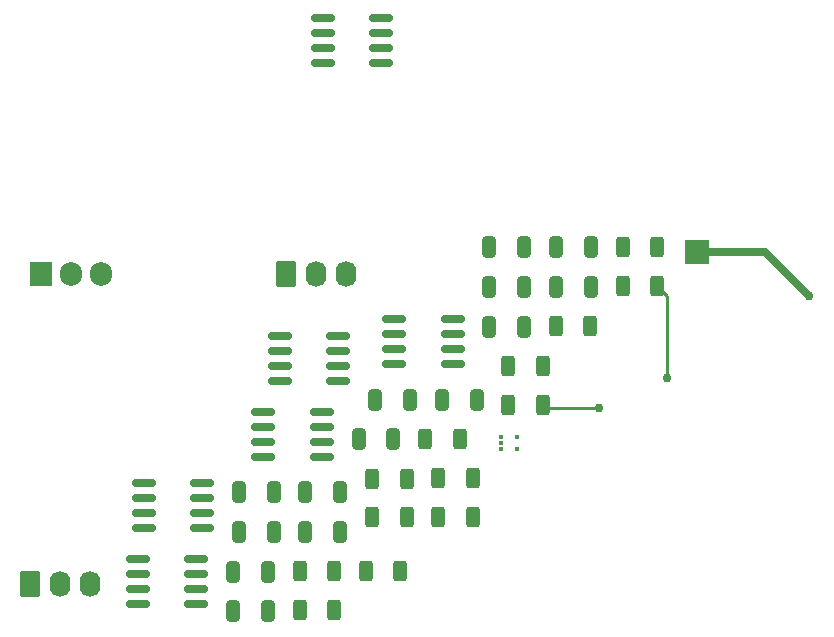
<source format=gbr>
%TF.GenerationSoftware,KiCad,Pcbnew,(6.0.1-0)*%
%TF.CreationDate,2023-01-23T11:43:19-05:00*%
%TF.ProjectId,Bias Coil Driver Full,42696173-2043-46f6-996c-204472697665,rev?*%
%TF.SameCoordinates,Original*%
%TF.FileFunction,Copper,L1,Top*%
%TF.FilePolarity,Positive*%
%FSLAX46Y46*%
G04 Gerber Fmt 4.6, Leading zero omitted, Abs format (unit mm)*
G04 Created by KiCad (PCBNEW (6.0.1-0)) date 2023-01-23 11:43:19*
%MOMM*%
%LPD*%
G01*
G04 APERTURE LIST*
G04 Aperture macros list*
%AMRoundRect*
0 Rectangle with rounded corners*
0 $1 Rounding radius*
0 $2 $3 $4 $5 $6 $7 $8 $9 X,Y pos of 4 corners*
0 Add a 4 corners polygon primitive as box body*
4,1,4,$2,$3,$4,$5,$6,$7,$8,$9,$2,$3,0*
0 Add four circle primitives for the rounded corners*
1,1,$1+$1,$2,$3*
1,1,$1+$1,$4,$5*
1,1,$1+$1,$6,$7*
1,1,$1+$1,$8,$9*
0 Add four rect primitives between the rounded corners*
20,1,$1+$1,$2,$3,$4,$5,0*
20,1,$1+$1,$4,$5,$6,$7,0*
20,1,$1+$1,$6,$7,$8,$9,0*
20,1,$1+$1,$8,$9,$2,$3,0*%
G04 Aperture macros list end*
%TA.AperFunction,SMDPad,CuDef*%
%ADD10RoundRect,0.250000X-0.325000X-0.650000X0.325000X-0.650000X0.325000X0.650000X-0.325000X0.650000X0*%
%TD*%
%TA.AperFunction,ComponentPad*%
%ADD11RoundRect,0.250000X-0.620000X-0.845000X0.620000X-0.845000X0.620000X0.845000X-0.620000X0.845000X0*%
%TD*%
%TA.AperFunction,ComponentPad*%
%ADD12O,1.740000X2.190000*%
%TD*%
%TA.AperFunction,SMDPad,CuDef*%
%ADD13RoundRect,0.150000X-0.825000X-0.150000X0.825000X-0.150000X0.825000X0.150000X-0.825000X0.150000X0*%
%TD*%
%TA.AperFunction,SMDPad,CuDef*%
%ADD14R,0.450000X0.300000*%
%TD*%
%TA.AperFunction,ComponentPad*%
%ADD15R,1.905000X2.000000*%
%TD*%
%TA.AperFunction,ComponentPad*%
%ADD16O,1.905000X2.000000*%
%TD*%
%TA.AperFunction,SMDPad,CuDef*%
%ADD17RoundRect,0.250000X-0.312500X-0.625000X0.312500X-0.625000X0.312500X0.625000X-0.312500X0.625000X0*%
%TD*%
%TA.AperFunction,SMDPad,CuDef*%
%ADD18R,2.000000X2.000000*%
%TD*%
%TA.AperFunction,ViaPad*%
%ADD19C,0.762000*%
%TD*%
%TA.AperFunction,Conductor*%
%ADD20C,0.635000*%
%TD*%
%TA.AperFunction,Conductor*%
%ADD21C,0.254000*%
%TD*%
G04 APERTURE END LIST*
D10*
%TO.P,C1,1*%
%TO.N,Net-(C1-Pad1)*%
X86925000Y-65555000D03*
%TO.P,C1,2*%
%TO.N,GND*%
X89875000Y-65555000D03*
%TD*%
%TO.P,C12,1*%
%TO.N,GND*%
X86445000Y-75605000D03*
%TO.P,C12,2*%
%TO.N,-15V*%
X89395000Y-75605000D03*
%TD*%
%TO.P,C11,1*%
%TO.N,GND*%
X108145000Y-48155000D03*
%TO.P,C11,2*%
%TO.N,+15V*%
X111095000Y-48155000D03*
%TD*%
%TO.P,C10,1*%
%TO.N,Net-(C10-Pad1)*%
X92575000Y-65555000D03*
%TO.P,C10,2*%
%TO.N,Net-(C10-Pad2)*%
X95525000Y-65555000D03*
%TD*%
%TO.P,C9,1*%
%TO.N,Net-(C9-Pad1)*%
X108145000Y-44805000D03*
%TO.P,C9,2*%
%TO.N,GND*%
X111095000Y-44805000D03*
%TD*%
%TO.P,C8,1*%
%TO.N,GND*%
X86925000Y-68905000D03*
%TO.P,C8,2*%
%TO.N,-15V*%
X89875000Y-68905000D03*
%TD*%
%TO.P,C7,1*%
%TO.N,GND*%
X104125000Y-57705000D03*
%TO.P,C7,2*%
%TO.N,+15V*%
X107075000Y-57705000D03*
%TD*%
%TO.P,C6,1*%
%TO.N,GND*%
X86445000Y-72255000D03*
%TO.P,C6,2*%
%TO.N,-15V*%
X89395000Y-72255000D03*
%TD*%
%TO.P,C5,1*%
%TO.N,GND*%
X98475000Y-57705000D03*
%TO.P,C5,2*%
%TO.N,+15V*%
X101425000Y-57705000D03*
%TD*%
%TO.P,C4,1*%
%TO.N,GND*%
X108145000Y-51505000D03*
%TO.P,C4,2*%
%TO.N,-15V*%
X111095000Y-51505000D03*
%TD*%
%TO.P,C3,1*%
%TO.N,GND*%
X113795000Y-48155000D03*
%TO.P,C3,2*%
%TO.N,+15V*%
X116745000Y-48155000D03*
%TD*%
%TO.P,C2,1*%
%TO.N,+15V*%
X92575000Y-68905000D03*
%TO.P,C2,2*%
%TO.N,GND*%
X95525000Y-68905000D03*
%TD*%
%TO.P,C13,1*%
%TO.N,GND*%
X97075000Y-61055000D03*
%TO.P,C13,2*%
%TO.N,+15V*%
X100025000Y-61055000D03*
%TD*%
%TO.P,C14,1*%
%TO.N,GND*%
X113795000Y-44805000D03*
%TO.P,C14,2*%
%TO.N,-15V*%
X116745000Y-44805000D03*
%TD*%
D11*
%TO.P,J2,1,Pin_1*%
%TO.N,+15V*%
X90970000Y-47075000D03*
D12*
%TO.P,J2,2,Pin_2*%
%TO.N,GND*%
X93510000Y-47075000D03*
%TO.P,J2,3,Pin_3*%
%TO.N,-15V*%
X96050000Y-47075000D03*
%TD*%
D11*
%TO.P,J4,1,Pin_1*%
%TO.N,/Vin_RV*%
X69270000Y-73335000D03*
D12*
%TO.P,J4,2,Pin_2*%
%TO.N,/SIG_Coarse*%
X71810000Y-73335000D03*
%TO.P,J4,3,Pin_3*%
%TO.N,GND*%
X74350000Y-73335000D03*
%TD*%
D13*
%TO.P,U1,1,NC*%
%TO.N,unconnected-(U1-Pad1)*%
X78875000Y-64750000D03*
%TO.P,U1,2,V+*%
%TO.N,+15V*%
X78875000Y-66020000D03*
%TO.P,U1,3,NC*%
%TO.N,unconnected-(U1-Pad3)*%
X78875000Y-67290000D03*
%TO.P,U1,4,GND*%
%TO.N,GND*%
X78875000Y-68560000D03*
%TO.P,U1,5,TRIM*%
%TO.N,unconnected-(U1-Pad5)*%
X83825000Y-68560000D03*
%TO.P,U1,6,VOUT*%
%TO.N,/Vin_RV*%
X83825000Y-67290000D03*
%TO.P,U1,7,NC*%
%TO.N,unconnected-(U1-Pad7)*%
X83825000Y-66020000D03*
%TO.P,U1,8,NR*%
%TO.N,Net-(C1-Pad1)*%
X83825000Y-64750000D03*
%TD*%
%TO.P,U2,1,REF*%
%TO.N,unconnected-(U2-Pad1)*%
X89025000Y-58750000D03*
%TO.P,U2,2,-*%
%TO.N,/SIG_Coarse*%
X89025000Y-60020000D03*
%TO.P,U2,3,+*%
%TO.N,/GND_Coarse*%
X89025000Y-61290000D03*
%TO.P,U2,4,V-*%
%TO.N,-15V*%
X89025000Y-62560000D03*
%TO.P,U2,5,SENSE*%
%TO.N,Net-(R1-Pad1)*%
X93975000Y-62560000D03*
%TO.P,U2,6*%
X93975000Y-61290000D03*
%TO.P,U2,7,V+*%
%TO.N,+15V*%
X93975000Y-60020000D03*
%TO.P,U2,8,NC*%
%TO.N,unconnected-(U2-Pad8)*%
X93975000Y-58750000D03*
%TD*%
%TO.P,U3,1,REF*%
%TO.N,unconnected-(U3-Pad1)*%
X94045000Y-25400000D03*
%TO.P,U3,2,-*%
%TO.N,Net-(J1-Pad1)*%
X94045000Y-26670000D03*
%TO.P,U3,3,+*%
%TO.N,Net-(J1-Pad2)*%
X94045000Y-27940000D03*
%TO.P,U3,4,V-*%
%TO.N,-15V*%
X94045000Y-29210000D03*
%TO.P,U3,5,SENSE*%
%TO.N,Net-(R2-Pad1)*%
X98995000Y-29210000D03*
%TO.P,U3,6*%
X98995000Y-27940000D03*
%TO.P,U3,7,V+*%
%TO.N,+15V*%
X98995000Y-26670000D03*
%TO.P,U3,8,NC*%
%TO.N,unconnected-(U3-Pad8)*%
X98995000Y-25400000D03*
%TD*%
%TO.P,U4,1,REF*%
%TO.N,unconnected-(U4-Pad1)*%
X78395000Y-71200000D03*
%TO.P,U4,2,-*%
%TO.N,Net-(J3-Pad1)*%
X78395000Y-72470000D03*
%TO.P,U4,3,+*%
%TO.N,Net-(J3-Pad2)*%
X78395000Y-73740000D03*
%TO.P,U4,4,V-*%
%TO.N,-15V*%
X78395000Y-75010000D03*
%TO.P,U4,5,SENSE*%
%TO.N,Net-(R3-Pad1)*%
X83345000Y-75010000D03*
%TO.P,U4,6*%
X83345000Y-73740000D03*
%TO.P,U4,7,V+*%
%TO.N,+15V*%
X83345000Y-72470000D03*
%TO.P,U4,8,NC*%
%TO.N,unconnected-(U4-Pad8)*%
X83345000Y-71200000D03*
%TD*%
%TO.P,U5,1,VOS*%
%TO.N,unconnected-(U5-Pad1)*%
X100095000Y-50900000D03*
%TO.P,U5,2,-*%
%TO.N,Net-(C10-Pad2)*%
X100095000Y-52170000D03*
%TO.P,U5,3,+*%
%TO.N,Net-(R13-Pad2)*%
X100095000Y-53440000D03*
%TO.P,U5,4,V-*%
%TO.N,-15V*%
X100095000Y-54710000D03*
%TO.P,U5,5,NC*%
%TO.N,unconnected-(U5-Pad5)*%
X105045000Y-54710000D03*
%TO.P,U5,6*%
%TO.N,Net-(C10-Pad1)*%
X105045000Y-53440000D03*
%TO.P,U5,7,V+*%
%TO.N,+15V*%
X105045000Y-52170000D03*
%TO.P,U5,8,VOS*%
%TO.N,unconnected-(U5-Pad8)*%
X105045000Y-50900000D03*
%TD*%
%TO.P,U6,1,REF*%
%TO.N,unconnected-(U6-Pad1)*%
X90425000Y-52300000D03*
%TO.P,U6,2,-*%
%TO.N,Net-(J6-Pad1)*%
X90425000Y-53570000D03*
%TO.P,U6,3,+*%
%TO.N,Net-(J6-Pad2)*%
X90425000Y-54840000D03*
%TO.P,U6,4,V-*%
%TO.N,-15V*%
X90425000Y-56110000D03*
%TO.P,U6,5,SENSE*%
%TO.N,Net-(R10-Pad1)*%
X95375000Y-56110000D03*
%TO.P,U6,6*%
X95375000Y-54840000D03*
%TO.P,U6,7,V+*%
%TO.N,+15V*%
X95375000Y-53570000D03*
%TO.P,U6,8,NC*%
%TO.N,unconnected-(U6-Pad8)*%
X95375000Y-52300000D03*
%TD*%
D14*
%TO.P,U8,1*%
%TO.N,Net-(U7-Pad9)*%
X109100000Y-60885000D03*
%TO.P,U8,2*%
%TO.N,Net-(J9-Pad1)*%
X109100000Y-61385000D03*
%TO.P,U8,3*%
%TO.N,N/C*%
X109100000Y-61885000D03*
%TO.P,U8,4*%
X110500000Y-61885000D03*
%TO.P,U8,5*%
X110500000Y-60885000D03*
%TD*%
D15*
%TO.P,U9,1,VI*%
%TO.N,Net-(C19-Pad2)*%
X70210000Y-47055000D03*
D16*
%TO.P,U9,2,GND*%
%TO.N,GND*%
X72750000Y-47055000D03*
%TO.P,U9,3,VO*%
%TO.N,+15V*%
X75290000Y-47055000D03*
%TD*%
D17*
%TO.P,R1,1*%
%TO.N,Net-(R1-Pad1)*%
X119437500Y-44775000D03*
%TO.P,R1,2*%
%TO.N,Net-(C9-Pad1)*%
X122362500Y-44775000D03*
%TD*%
%TO.P,R2,1*%
%TO.N,Net-(R2-Pad1)*%
X92087500Y-72225000D03*
%TO.P,R2,2*%
%TO.N,Net-(R2-Pad2)*%
X95012500Y-72225000D03*
%TD*%
%TO.P,R3,1*%
%TO.N,Net-(R3-Pad1)*%
X103827500Y-67605000D03*
%TO.P,R3,2*%
%TO.N,Net-(R3-Pad2)*%
X106752500Y-67605000D03*
%TD*%
%TO.P,R4,1*%
%TO.N,Net-(R2-Pad2)*%
X102717500Y-61025000D03*
%TO.P,R4,2*%
%TO.N,GND*%
X105642500Y-61025000D03*
%TD*%
%TO.P,R5,1*%
%TO.N,Net-(R3-Pad2)*%
X109767500Y-54825000D03*
%TO.P,R5,2*%
%TO.N,GND*%
X112692500Y-54825000D03*
%TD*%
%TO.P,R6,1*%
%TO.N,Net-(C10-Pad2)*%
X92087500Y-75515000D03*
%TO.P,R6,2*%
%TO.N,Net-(C9-Pad1)*%
X95012500Y-75515000D03*
%TD*%
%TO.P,R7,1*%
%TO.N,Net-(C10-Pad2)*%
X97697500Y-72225000D03*
%TO.P,R7,2*%
%TO.N,Net-(R2-Pad2)*%
X100622500Y-72225000D03*
%TD*%
%TO.P,R8,1*%
%TO.N,Net-(C10-Pad2)*%
X103827500Y-64315000D03*
%TO.P,R8,2*%
%TO.N,Net-(R3-Pad2)*%
X106752500Y-64315000D03*
%TD*%
%TO.P,R9,1*%
%TO.N,Net-(C10-Pad2)*%
X113787500Y-51475000D03*
%TO.P,R9,2*%
%TO.N,Net-(J8-Pad1)*%
X116712500Y-51475000D03*
%TD*%
%TO.P,R10,1*%
%TO.N,Net-(R10-Pad1)*%
X119437500Y-48065000D03*
%TO.P,R10,2*%
%TO.N,Net-(R10-Pad2)*%
X122362500Y-48065000D03*
%TD*%
%TO.P,R11,1*%
%TO.N,Net-(R10-Pad2)*%
X98217500Y-67665000D03*
%TO.P,R11,2*%
%TO.N,GND*%
X101142500Y-67665000D03*
%TD*%
%TO.P,R12,1*%
%TO.N,Net-(C10-Pad2)*%
X109767500Y-58115000D03*
%TO.P,R12,2*%
%TO.N,Net-(R10-Pad2)*%
X112692500Y-58115000D03*
%TD*%
%TO.P,W1,1*%
%TO.N,/GND_Coarse*%
X98217500Y-64375000D03*
%TO.P,W1,2*%
%TO.N,GND*%
X101142500Y-64375000D03*
%TD*%
D18*
%TO.P,J5,1,Pin_1*%
%TO.N,GND*%
X125730000Y-45155000D03*
%TD*%
D19*
%TO.N,GND*%
X135255000Y-48895000D03*
%TO.N,Net-(R10-Pad2)*%
X117475000Y-58420000D03*
X123190000Y-55880000D03*
%TD*%
D20*
%TO.N,GND*%
X131515000Y-45155000D02*
X135255000Y-48895000D01*
X125730000Y-45155000D02*
X131515000Y-45155000D01*
D21*
%TO.N,Net-(R10-Pad2)*%
X122362500Y-48065000D02*
X123190000Y-48892500D01*
X123190000Y-48892500D02*
X123190000Y-55880000D01*
X117475000Y-58420000D02*
X112997500Y-58420000D01*
X112997500Y-58420000D02*
X112692500Y-58115000D01*
%TD*%
M02*

</source>
